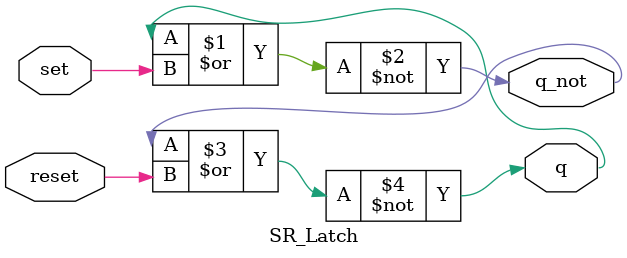
<source format=sv>
/* Generated by Yosys 0.38+113 (git sha1 91fbd5898, clang++ 14.0.0-1ubuntu1.1 -fPIC -Os) */

(* top =  1  *)
(* src = "sr_latch.sv:1.1-6.10" *)
module SR_Latch(set, reset, q, q_not);
  (* src = "sr_latch.sv:1.66-1.67" *)
  output q;
  wire q;
  (* src = "sr_latch.sv:1.82-1.87" *)
  output q_not;
  wire q_not;
  (* src = "sr_latch.sv:1.46-1.51" *)
  input reset;
  wire reset;
  (* src = "sr_latch.sv:1.29-1.32" *)
  input set;
  wire set;
  assign q_not = ~(q | set);
  assign q = ~(q_not | reset);
endmodule

</source>
